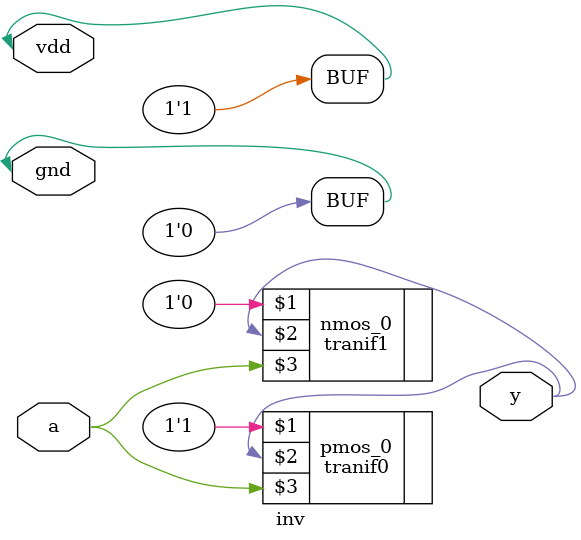
<source format=v>
/* Verilog for cell 'inv{lay}' from library 'tutorial_mc' */
/* Created on Seg mar 25, 2019 21:22:55 */
/* Last revised on Seg mar 25, 2019 22:08:09 */
/* Written on Seg mar 25, 2019 22:41:20 by Electric VLSI Design System, version 9.07 */

module inv(a, y, vdd, gnd);
  input a;
  output y;
  input vdd;
  input gnd;

  supply1 vdd;
  supply0 gnd;
  wire plnode_0_well, plnode_1_well;

  tranif1 nmos_0(gnd, y, a);
  tranif0 pmos_0(vdd, y, a);
endmodule   /* inv */

</source>
